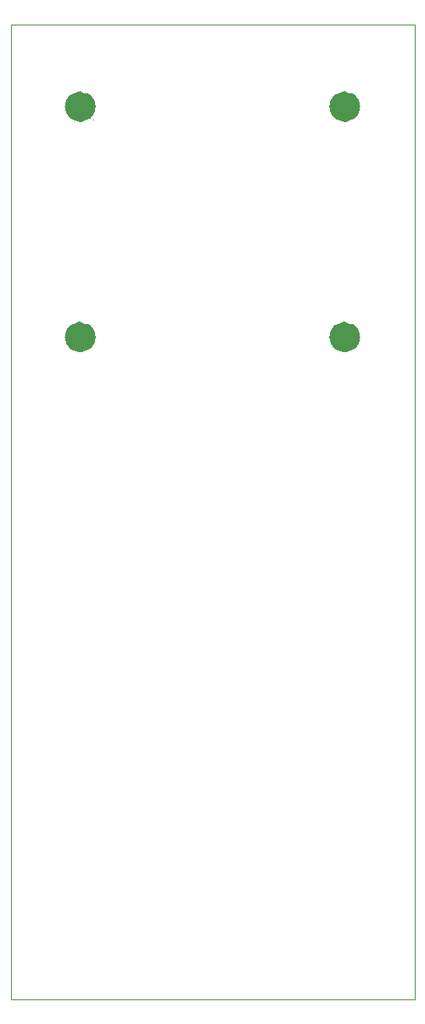
<source format=gm1>
G04 #@! TF.GenerationSoftware,KiCad,Pcbnew,(7.0.0)*
G04 #@! TF.CreationDate,2023-03-19T22:56:20+00:00*
G04 #@! TF.ProjectId,front_microlidian,66726f6e-745f-46d6-9963-726f6c696469,rev?*
G04 #@! TF.SameCoordinates,Original*
G04 #@! TF.FileFunction,Profile,NP*
%FSLAX46Y46*%
G04 Gerber Fmt 4.6, Leading zero omitted, Abs format (unit mm)*
G04 Created by KiCad (PCBNEW (7.0.0)) date 2023-03-19 22:56:20*
%MOMM*%
%LPD*%
G01*
G04 APERTURE LIST*
G04 #@! TA.AperFunction,Profile*
%ADD10C,0.100000*%
G04 #@! TD*
G04 #@! TA.AperFunction,Profile*
%ADD11C,1.560000*%
G04 #@! TD*
G04 #@! TA.AperFunction,Profile*
%ADD12C,0.120000*%
G04 #@! TD*
G04 APERTURE END LIST*
D10*
X82934968Y-46230890D02*
X123234968Y-46230890D01*
X123234968Y-46230890D02*
X123234968Y-143451890D01*
X123234968Y-143451890D02*
X82934968Y-143451890D01*
X82934968Y-143451890D02*
X82934968Y-46230890D01*
D11*
X90665390Y-54379880D02*
G75*
G03*
X90665390Y-54379880I-780000J0D01*
G01*
X90665390Y-77379880D02*
G75*
G03*
X90665390Y-77379880I-780000J0D01*
G01*
D12*
X91195390Y-55689880D02*
G75*
G03*
X91195390Y-55689880I0J0D01*
G01*
D11*
X117065390Y-54379880D02*
G75*
G03*
X117065390Y-54379880I-780000J0D01*
G01*
X117065390Y-77379880D02*
G75*
G03*
X117065390Y-77379880I-780000J0D01*
G01*
M02*

</source>
